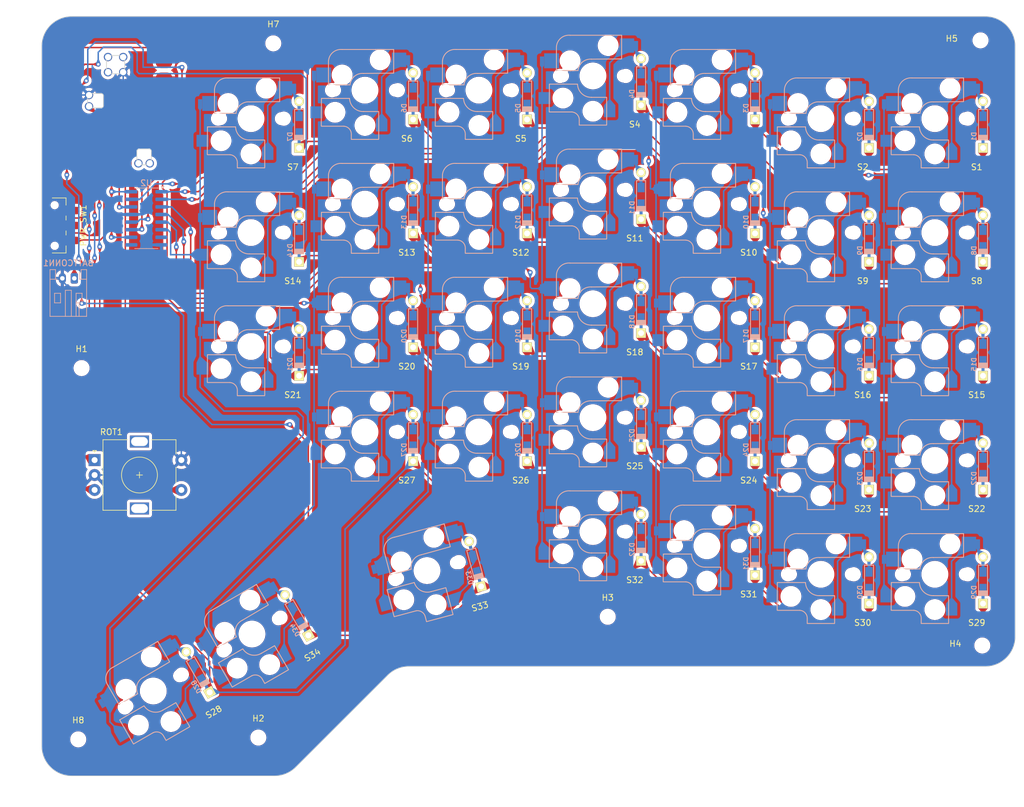
<source format=kicad_pcb>
(kicad_pcb (version 20240108) (generator "pcbnew") (generator_version "8.0")
  (layers (0 "F.Cu" signal) (31 "B.Cu" signal) (34 "B.Paste" user) (35 "F.Paste" user) (36 "B.SilkS" user "B.Silkscreen") (37 "F.SilkS" user "F.Silkscreen") (38 "B.Mask" user) (39 "F.Mask" user) (44 "Edge.Cuts" user))
  (net 0 "")
  (net 1 "row0")
  (net 2 "Net-(D1-A)")
  (net 3 "Net-(D2-A)")
  (net 4 "Net-(D3-A)")
  (net 5 "Net-(D4-A)")
  (net 6 "Net-(D5-A)")
  (net 7 "Net-(D6-A)")
  (net 8 "row1")
  (net 9 "Net-(D7-A)")
  (net 10 "Net-(D8-A)")
  (net 11 "Net-(D9-A)")
  (net 12 "Net-(D10-A)")
  (net 13 "Net-(D11-A)")
  (net 14 "Net-(D12-A)")
  (net 15 "row2")
  (net 16 "Net-(D13-A)")
  (net 17 "Net-(D14-A)")
  (net 18 "Net-(D15-A)")
  (net 19 "Net-(D16-A)")
  (net 20 "Net-(D17-A)")
  (net 21 "Net-(D18-A)")
  (net 22 "row3")
  (net 23 "Net-(D19-A)")
  (net 24 "Net-(D20-A)")
  (net 25 "Net-(D21-A)")
  (net 26 "Net-(D22-A)")
  (net 27 "Net-(D23-A)")
  (net 28 "Net-(D24-A)")
  (net 29 "row4")
  (net 30 "Net-(D25-A)")
  (net 31 "Net-(D26-A)")
  (net 32 "Net-(D27-A)")
  (net 33 "Net-(D28-A)")
  (net 34 "Net-(D29-A)")
  (net 35 "Net-(D30-A)")
  (net 37 "BATT")
  (net 38 "RAW")
  (net 39 "ROTA")
  (net 40 "ROTB")
  (net 41 "GND")
  (net 42 "B1")
  (net 43 "RESET")
  (net 44 "col0")
  (net 45 "col1")
  (net 46 "col2")
  (net 47 "col3")
  (net 48 "col4")
  (net 49 "col5")
  (net 50 "VCC")
  (net 54 "Net-(D31-A)")
  (net 55 "Net-(D32-A)")
  (net 56 "Net-(D33-A)")
  (net 57 "Net-(D34-A)")
  (net 58 "IO_CS")
  (net 59 "SCK")
  (net 60 "MOSI")
  (net 63 "col6")
  (net 64 "col7")
  (footprint "wackymxter:MX_Choc_Hotswap" (layer "F.Cu") (at 89.695966 131.435931 30)
    (property "Reference" "S34")
    (property "Value" "Keyswitch" (hide yes))
  )
  (footprint "wackymxter:MX_Choc_Hotswap" (layer "F.Cu") (at 184.775 64.293843)
    (property "Reference" "S9")
    (property "Value" "Keyswitch" (hide yes))
  )
  (footprint "wackymxter:HybridDiode" (layer "F.Cu") (at 97.575 84.343843 -90)
    (property "Reference" "D21")
    (property "Value" "Diode" (hide yes))
  )
  (footprint "wackymxter:HybridDiode" (layer "F.Cu") (at 211.875 65.293843 -90)
    (property "Reference" "D8")
    (property "Value" "Diode" (hide yes))
  )
  (footprint "wackymxter:MX_Choc_Hotswap" (layer "F.Cu") (at 165.725 40.481343)
    (property "Reference" "S3" (hide yes))
    (property "Value" "Keyswitch" (hide yes))
  )
  (footprint "Button_Switch_SMD:SW_SPDT_CK_JS102011SAQN" (layer "F.Cu") (at 56.717382 63.11 -90)
    (property "Reference" "PWR_SW1")
    (property "Value" "SW_SPDT")
  )
  (footprint "MountingHole:MountingHole_2.2mm_M2" (layer "F.Cu") (at 60.655474 149.05)
    (property "Reference" "H8")
    (property "Value" "MountingHole")
  )
  (footprint "wackymxter:HybridDiode" (layer "F.Cu") (at 192.825 84.343843 -90)
    (property "Reference" "D16")
    (property "Value" "Diode" (hide yes))
  )
  (footprint "MountingHole:MountingHole_2.2mm_M2" (layer "F.Cu") (at 211.455474 32.15)
    (property "Reference" "H5")
    (property "Value" "MountingHole")
  )
  (footprint "wackymxter:MX_Choc_Hotswap" (layer "F.Cu") (at 184.775 102.393843)
    (property "Reference" "S23")
    (property "Value" "Keyswitch" (hide yes))
  )
  (footprint "wackymxter:MX_Choc_Hotswap" (layer "F.Cu") (at 165.725 78.581343)
    (property "Reference" "S17")
    (property "Value" "Keyswitch" (hide yes))
  )
  (footprint "wackymxter:HybridDiode" (layer "F.Cu") (at 211.875 84.343843 -90)
    (property "Reference" "D15")
    (property "Value" "Diode" (hide yes))
  )
  (footprint "wackymxter:HybridDiode" (layer "F.Cu") (at 173.775 98.631343 -90)
    (property "Reference" "D24")
    (property "Value" "Diode" (hide yes))
  )
  (footprint "wackymxter:HybridDiode" (layer "F.Cu") (at 116.625 60.531343 -90)
    (property "Reference" "D13")
    (property "Value" "Diode" (hide yes))
  )
  (footprint "wackymxter:MX_Choc_Hotswap" (layer "F.Cu") (at 127.625 97.631343)
    (property "Reference" "S26")
    (property "Value" "Keyswitch" (hide yes))
  )
  (footprint "MountingHole:MountingHole_2.2mm_M2" (layer "F.Cu") (at 149.155474 128.55)
    (property "Reference" "H3")
    (property "Value" "MountingHole")
  )
  (footprint "wackymxter:MX_Choc_Hotswap" (layer "F.Cu") (at 184.775 121.443843)
    (property "Reference" "S30")
    (property "Value" "Keyswitch" (hide yes))
  )
  (footprint "wackymxter:HybridDiode" (layer "F.Cu") (at 173.775 117.681343 -90)
    (property "Reference" "D31")
    (property "Value" "Diode" (hide yes))
  )
  (footprint "wackymxter:MX_Choc_Hotswap" (layer "F.Cu") (at 146.675 38.100093)
    (property "Reference" "S4")
    (property "Value" "Keyswitch" (hide yes))
  )
  (footprint "wackymxter:MX_Choc_Hotswap" (layer "F.Cu") (at 203.825 121.443843)
    (property "Reference" "S29")
    (property "Value" "Keyswitch" (hide yes))
  )
  (footprint "wackymxter:HybridDiode" (layer "F.Cu") (at 154.725 39.100093 -90)
    (property "Reference" "D4")
    (property "Value" "Diode" (hide yes))
  )
  (footprint "wackymxter:HybridDiode" (layer "F.Cu") (at 135.675 79.581343 -90)
    (property "Reference" "D19")
    (property "Value" "Diode" (hide yes))
  )
  (footprint "wackymxter:HybridDiode" (layer "F.Cu") (at 116.625 98.631343 -90)
    (property "Reference" "D27")
    (property "Value" "Diode" (hide yes))
  )
  (footprint "wackymxter:MX_Choc_Hotswap" (layer "F.Cu") (at 118.945726 120.82565 15)
    (property "Reference" "S33")
    (property "Value" "Keyswitch" (hide yes))
  )
  (footprint "wackymxter:HybridDiode" (layer "F.Cu") (at 154.725 58.150093 -90)
    (property "Reference" "D11")
    (property "Value" "Diode" (hide yes))
  )
  (footprint "wackymxter:HybridDiode" (layer "F.Cu") (at 173.775 41.481343 -90)
    (property "Reference" "D3")
    (property "Value" "Diode" (hide yes))
  )
  (footprint "wackymxter:MX_Choc_Hotswap" (layer "F.Cu") (at 165.725 59.531343)
    (property "Reference" "S10")
    (property "Value" "Keyswitch" (hide yes))
  )
  (footprint "wackymxter:HybridDiode" (layer "F.Cu") (at 211.875 46.243843 -90)
    (property "Reference" "D1")
    (property "Value" "Diode" (hide yes))
  )
  (footprint "wackymxter:HybridDiode" (layer "F.Cu") (at 135.675 41.481343 -90)
    (property "Reference" "D5")
    (property "Value" "Diode" (hide yes))
  )
  (footprint "wackymxter:HybridDiode" (layer "F.Cu") (at 192.825 65.293843 -90)
    (property "Reference" "D9")
    (property "Value" "Diode" (hide yes))
  )
  (footprint "wackymxter:MX_Choc_Hotswap" (layer "F.Cu") (at 89.525 45.243843)
    (property "Reference" "S7")
    (property "Value" "Keyswitch" (hide yes))
  )
  (footprint "wackymxter:HybridDiode" (layer "F.Cu") (at 80.669686 137.801957 -60)
    (property "Reference" "D28")
    (property "Value" "Diode" (hide yes))
  )
  (footprint "wackymxter:HybridDiode" (layer "F.Cu") (at 211.875 103.393843 -90)
    (property "Reference" "D22")
    (property "Value" "Diode" (hide yes))
  )
  (footprint "wackymxter:MX_Choc_Hotswap" (layer "F.Cu") (at 146.675 95.250093)
    (property "Reference" "S25")
    (property "Value" "Keyswitch" (hide yes))
  )
  (footprint "wackymxter:HybridDiode" (layer "F.Cu") (at 116.625 79.581343 -90)
    (property "Reference" "D20")
    (property "Value" "Diode" (hide yes))
  )
  (footprint "wackymxter:MX_Choc_Hotswap" (layer "F.Cu") (at 203.825 102.393843)
    (property "Reference" "S22")
    (property "Value" "Keyswitch" (hide yes))
  )
  (footprint "wackymxter:MX_Choc_Hotswap" (layer "F.Cu") (at 203.825 64.293843)
    (property "Reference" "S8")
    (property "Value" "Keyswitch" (hide yes))
  )
  (footprint "wackymxter:MX_Choc_Hotswap" (layer "F.Cu") (at 108.575 59.531343)
    (property "Reference" "S13")
    (property "Value" "Keyswitch" (hide yes))
  )
  (footprint "wackymxter:MX_Choc_Hotswap" (layer "F.Cu") (at 146.675 114.300093)
    (property "Reference" "S32")
    (property "Value" "Keyswitch" (hide yes))
  )
  (footprint "wackymxter:MX_Choc_Hotswap" (layer "F.Cu") (at 127.625 78.581343)
    (property "Reference" "S19")
    (property "Value" "Keyswitch" (hide yes))
  )
  (footprint "wackymxter:MX_Choc_Hotswap" (layer "F.Cu") (at 165.725 116.681343)
    (property "Reference" "S31")
    (property "Value" "Keyswitch" (hide yes))
  )
  (footprint "wackymxter:MX_Choc_Hotswap" (layer "F.Cu") (at 203.825 83.343843)
    (property "Reference" "S15")
    (property "Value" "Keyswitch" (hide yes))
  )
  (footprint "wackymxter:HybridDiode" (layer "F.Cu") (at 173.775 79.581343 -90)
    (property "Reference" "D17")
    (property "Value" "Diode" (hide yes))
  )
  (footprint "MountingHole:MountingHole_2.2mm_M2" (layer "F.Cu") (at 211.755474 133.35)
    (property "Reference" "H4")
    (property "Value" "MountingHole")
  )
  (footprint "Rotary_Encoder:RotaryEncoder_Alps_EC11E-Switch_Vertical_H20mm" (layer "F.Cu") (at 63.39 102.34)
    (property "Reference" "ROT1")
    (property "Value" "RotaryEncoder_Switch")
  )
  (footprint "wackymxter:MX_Choc_Hotswap" (layer "F.Cu") (at 165.725 97.631343)
    (property "Reference" "S24")
    (property "Value" "Keyswitch" (hide yes))
  )
  (footprint "wackymxter:MX_Choc_Hotswap" (layer "F.Cu") (at 73.198182 140.960931 30)
    (property "Reference" "S28")
    (property "Value" "Keyswitch" (hide yes))
  )
  (footprint "wackymxter:MX_Choc_Hotswap" (layer "F.Cu") (at 127.625 40.481343)
    (property "Reference" "S5")
    (property "Value" "Keyswitch" (hide yes))
  )
  (footprint "wackymxter:HybridDiode" (layer "F.Cu") (at 192.825 46.243843 -90)
    (property "Reference" "D2")
    (property "Value" "Diode" (hide yes))
  )
  (footprint "wackymxter:HybridDiode" (layer "F.Cu") (at 97.575 65.293843 -90)
    (property "Reference" "D14")
    (property "Value" "Diode" (hide yes))
  )
  (footprint "wackymxter:HybridDiode" (layer "F.Cu") (at 135.675 98.631343 -90)
    (property "Reference" "D26")
    (property "Value" "Diode" (hide yes))
  )
  (footprint "wackymxter:HybridDiode" (layer "F.Cu") (at 135.675 60.531343 -90)
    (property "Reference" "D12")
    (property "Value" "Diode" (hide yes))
  )
  (footprint "wackymxter:MX_Choc_Hotswap" (layer "F.Cu") (at 89.525 64.293843)
    (property "Reference" "S14")
    (property "Value" "Keyswitch" (hide yes))
  )
  (footprint "mcu:xiao-ble-smd-cutout" (layer "F.Cu") (at 66.900182 43.51)
    (property "Reference" "U1" (hide yes))
    (property "Value" "xiao-ble" (hide yes))
    (fp_line (start -4.699 -0.7488) (end -4.699 -1.7902) (stroke (width 0.12)) (layer "Edge.Cuts"))
    (fp_line (start -4.0132 -2.476) (end -2.413 -2.476) (stroke (width 0.12)) (layer "Edge.Cuts"))
    (fp_line (start -2.413 -0.063) (end -4.0132 -0.063) (stroke (width 0.12)) (layer "Edge.Cuts"))
    (fp_line (start -2.032 -2.095) (end -2.032 -0.444) (stroke (width 0.12)) (layer "Edge.Cuts"))
    (fp_line (start -1.524 -6.4638) (end -1.524 -8.1402) (stroke (width 0.12)) (layer "Edge.Cuts"))
    (fp_line (start -0.8382 -8.826) (end 0.8382 -8.826) (stroke (width 0.12)) (layer "Edge.Cuts"))
    (fp_line (start -0.8382 -5.778) (end 0.8382 -5.778) (stroke (width 0.12)) (layer "Edge.Cuts"))
    (fp_line (start 1.524 -6.4638) (end 1.524 -8.1402) (stroke (width 0.12)) (layer "Edge.Cuts"))
    (fp_line (start 3.556 8.7762) (end 3.5565 7.176) (stroke (width 0.12)) (layer "Edge.Cuts"))
    (fp_line (start 3.9375 6.795) (end 5.5885 6.795) (stroke (width 0.12)) (layer "Edge.Cuts"))
    (fp_line (start 5.2832 9.462) (end 4.2418 9.462) (stroke (width 0.12)) (layer "Edge.Cuts"))
    (fp_line (start 5.9695 7.176) (end 5.969 8.7762) (stroke (width 0.12)) (layer "Edge.Cuts"))
    (fp_arc (start -4.699 -0.7488) (mid -4.095391 -0.666609) (end -4.0132 -0.063) (stroke (width 0.12)) (layer "Edge.Cuts"))
    (fp_arc (start -4.0132 -2.476) (mid -4.095391 -1.872391) (end -4.699 -1.7902) (stroke (width 0.12)) (layer "Edge.Cuts"))
    (fp_arc (start -2.413 -2.476) (mid -2.143592 -2.364408) (end -2.032 -2.095) (stroke (width 0.12)) (layer "Edge.Cuts"))
    (fp_arc (start -2.032 -0.444) (mid -2.143592 -0.174592) (end -2.413 -0.063) (stroke (width 0.12)) (layer "Edge.Cuts"))
    (fp_arc (start -1.524 -6.4638) (mid -0.920391 -6.381609) (end -0.8382 -5.778) (stroke (width 0.12)) (layer "Edge.Cuts"))
    (fp_arc (start -0.8382 -8.826) (mid -0.920391 -8.222391) (end -1.524 -8.1402) (stroke (width 0.12)) (layer "Edge.Cuts"))
    (fp_arc (start 0.8382 -5.778) (mid 0.920391 -6.381609) (end 1.524 -6.4638) (stroke (width 0.12)) (layer "Edge.Cuts"))
    (fp_arc (start 1.524 -8.1402) (mid 0.920393 -8.222393) (end 0.8382 -8.826) (stroke (width 0.12)) (layer "Edge.Cuts"))
    (fp_arc (start 3.556 8.7762) (mid 4.159607 8.858393) (end 4.2418 9.462) (stroke (width 0.12)) (layer "Edge.Cuts"))
    (fp_arc (start 3.5565 7.176) (mid 3.668092 6.906592) (end 3.9375 6.795) (stroke (width 0.12)) (layer "Edge.Cuts"))
    (fp_arc (start 5.2832 9.462) (mid 5.365393 8.858393) (end 5.969 8.7762) (stroke (width 0.12)) (layer "Edge.Cuts"))
    (fp_arc (start 5.5885 6.795) (mid 5.857908 6.906592) (end 5.9695 7.176) (stroke (width 0.12)) (layer "Edge.Cuts"))
  )
  (footprint "wackymxter:HybridDiode" (layer "F.Cu") (at 173.775 60.531343 -90)
    (property "Reference" "D10")
    (property "Value" "Diode" (hide yes))
  )
  (footprint "wackymxter:MX_Choc_Hotswap" (layer "F.Cu") (at 146.675 76.200093)
    (property "Reference" "S18")
    (property "Value" "Keyswitch" (hide yes))
  )
  (footprint "wackymxter:HybridDiode" (layer "F.Cu") (at 97.575 46.243843 -90)
    (property "Reference" "D7")
    (property "Value" "Diode" (hide yes))
  )
  (footprint "wackymxter:MX_Choc_Hotswap" (layer "F.Cu") (at 146.675 57.150093)
    (property "Reference" "S11")
    (property "Value" "Keyswitch" (hide yes))
  )
  (footprint "wackymxter:MX_Choc_Hotswap" (layer "F.Cu") (at 184.775 83.343843)
    (property "Reference" "S16")
    (property "Value" "Keyswitch" (hide yes))
  )
  (footprint "MountingHole:MountingHole_2.2mm_M2" (layer "F.Cu") (at 93.255474 32.65)
    (property "Reference" "H7")
    (property "Value" "MountingHole")
  )
  (footprint "wackymxter:MX_Choc_Hotswap" (layer "F.Cu") (at 108.575 40.481343)
    (property "Reference" "S6")
    (property "Value" "Keyswitch" (hide yes))
  )
  (footprint "wackymxter:HybridDiode" (layer "F.Cu") (at 97.16747 128.276957 -60)
    (property "Reference" "D34")
    (property "Value" "Diode" (hide yes))
  )
  (footprint "wackymxter:MX_Choc_Hotswap" (layer "F.Cu") (at 184.775 45.243843)
    (property "Reference" "S2")
    (property "Value" "Keyswitch" (hide yes))
  )
  (footprint "wackymxter:MX_Choc_Hotswap" (layer "F.Cu") (at 203.825 45.243843)
    (property "Reference" "S1")
    (property "Value" "Keyswitch" (hide yes))
  )
  (footprint "wackymxter:MX_Choc_Hotswap" (layer "F.Cu") (at 108.575 97.631343)
    (property "Reference" "S27")
    (property "Value" "Keyswitch" (hide yes))
  )
  (footprint "wackymxter:HybridDiode" (layer "F.Cu") (at 211.875 122.443843 -90)
    (property "Reference" "D29")
    (property "Value" "Diode" (hide yes))
  )
  (footprint "MountingHole:MountingHole_2.2mm_M2" (layer "F.Cu") (at 90.755474 148.75)
    (property "Reference" "H2")
    (property "Value" "MountingHole")
  )
  (footprint "wackymxter:HybridDiode" (layer "F.Cu") (at 154.725 96.250093 -90)
    (property "Reference" "D25")
    (property "Value" "Diode" (hide yes))
  )
  (footprint "MountingHole:MountingHole_2.2mm_M2" (layer "F.Cu") (at 61.213574 86.95625)
    (property "Reference" "H1")
    (property "Value" "MountingHole")
  )
  (footprint "wackymxter:MX_Choc_Hotswap" (layer "F.Cu") (at 89.525 83.343843)
    (property "Reference" "S21")
    (property "Value" "Keyswitch" (hide yes))
  )
  (footprint "wackymxter:HybridDiode" (layer "F.Cu") (at 154.725 115.300093 -90)
    (property "Reference" "D32")
    (property "Value" "Diode" (hide yes))
  )
  (footprint "wackymxter:HybridDiode" (layer "F.Cu") (at 126.980247 119.708083 -75)
    (property "Reference" "D33")
    (property "Value" "Diode" (hide yes))
  )
  (footprint "wackymxter:HybridDiode" (layer "F.Cu") (at 192.825 103.393843 -90)
    (property "Reference" "D23")
    (property "Value" "Diode" (hide yes))
  )
  (footprint "wackymxter:MX_Choc_Hotswap" (layer "F.Cu") (at 127.625 59.531343)
    (property "Reference" "S12")
    (property "Value" "Keyswitch" (hide yes))
  )
  (footprint "wackymxter:MX_Choc_Hotswap" (layer "F.Cu") (at 108.575 78.581343)
    (property "Reference" "S20")
    (property "Value" "Keyswitch" (hide yes))
  )
  (footprint "wackymxter:HybridDiode" (layer "F.Cu") (at 116.625 41.481343 -90)
    (property "Reference" "D6")
    (property "Value" "Diode" (hide yes))
  )
  (footprint "wackymxter:HybridDiode" (layer "F.Cu") (at 192.825 122.443843 -90)
    (property "Reference" "D30")
    (property "Value" "Diode" (hide yes))
  )
  (footprint "wackymxter:HybridDiode" (layer "F.Cu") (at 154.725 77.200093 -90)
    (property "Reference" "D18")
    (property "Value" "Diode" (hide yes))
  )
  (footprint "" (layer "B.Cu") (at 89.513574 83.35 180)
    (property "Reference" "")
    (property "Value" "")
  )
  (footprint "Connector_JST:JST_PH_S2B-PH-K_1x02_P2.00mm_Horizontal" (layer "B.Cu") (at 60 71.95 180)
    (property "Reference" "BATTCONN1")
    (property "Value" "Conn_01x02_Female")
  )
  (footprint "Package_SO:SOP-16_3.9x9.9mm_P1.27mm" (layer "B.Cu") (at 72.039998 61.91 180)
    (property "Reference" "U2")
    (property "Value" "74HC595")
  )
  (gr_line (start 59.555474 28.15) (end 212.255474 28.15) (stroke (width 0.1)) (layer "Edge.Cuts"))
  (gr_arc (start 212.255474 28.15) (mid 215.791008 29.614466) (end 217.255474 33.15) (stroke (width 0.1)) (layer "Edge.Cuts"))
  (gr_arc (start 217.255474 131.85) (mid 215.791008 135.385534) (end 212.255474 136.85) (stroke (width 0.1)) (layer "Edge.Cuts"))
  (gr_arc (start 97.01994 153.685534) (mid 95.397814 154.769366) (end 93.484406 155.15) (stroke (width 0.1)) (layer "Edge.Cuts"))
  (gr_line (start 217.255474 33.15) (end 217.255474 131.85) (stroke (width 0.1)) (layer "Edge.Cuts"))
  (gr_arc (start 54.555474 33.15) (mid 56.01994 29.614466) (end 59.555474 28.15) (stroke (width 0.1)) (layer "Edge.Cuts"))
  (gr_arc (start 112.391008 138.314466) (mid 114.013123 137.230592) (end 115.926542 136.85) (stroke (width 0.1)) (layer "Edge.Cuts"))
  (gr_arc (start 59.555474 155.15) (mid 56.01994 153.685534) (end 54.555474 150.15) (stroke (width 0.1)) (layer "Edge.Cuts"))
  (gr_line (start 212.255474 136.85) (end 115.926542 136.85) (stroke (width 0.1)) (layer "Edge.Cuts"))
  (gr_line (start 93.484406 155.15) (end 59.555474 155.15) (stroke (width 0.1)) (layer "Edge.Cuts"))
  (gr_line (start 112.391008 138.314466) (end 97.01994 153.685534) (stroke (width 0.1)) (layer "Edge.Cuts"))
  (gr_line (start 54.555474 150.15) (end 54.555474 33.15) (stroke (width 0.1)) (layer "Edge.Cuts"))
  (segment (start 191.75 53.3) (end 180.643657 53.3) (width 0.25) (layer "F.Cu") (net 1))
  (segment (start 154.725 43.000093) (end 154.725 46.325) (width 0.25) (layer "F.Cu") (net 1))
  (segment (start 210.7 53.75) (end 194.2 53.75) (width 0.25) (layer "F.Cu") (net 1))
  (segment (start 90.75 35.65) (end 98.25 35.65) (width 0.25) (layer "F.Cu") (net 1))
  (segment (start 173.775 46.431343) (end 173.775 45.381343) (width 0.25) (layer "F.Cu") (net 1))
  (segment (start 173.2 49.2) (end 160.924907 49.2) (width 0.25) (layer "F.Cu") (net 1))
  (segment (start 192.825 52.225) (end 191.75 53.3) (width 0.25) (layer "F.Cu") (net 1))
  (segment (start 88.45 33.35) (end 90.75 35.65) (width 0.25) (layer "F.Cu") (net 1))
  (segment (start 98.95 36.35) (end 98.95 48.625) (width 0.25) (layer "F.Cu") (net 1))
  (segment (start 192.825 50.143843) (end 192.825 52.225) (width 0.25) (layer "F.Cu") (net 1))
  (segment (start 98.25 35.65) (end 98.95 36.35) (width 0.25) (layer "F.Cu") (net 1))
  (segment (start 116.625 45.381343) (end 116.625 46.875) (width 0.25) (layer "F.Cu") (net 1))
  (segment (start 135.2 48.65) (end 119.893657 48.65) (width 0.25) (layer "F.Cu") (net 1))
  (segment (start 173.775 48.625) (end 173.2 49.2) (width 0.25) (layer "F.Cu") (net 1))
  (segment (start 154.25 46.8) (end 137.093657 46.8) (width 0.25) (layer "F.Cu") (net 1))
  (segment (start 192.825 52.375) (end 192.825 50.143843) (width 0.25) (layer "F.Cu") (net 1))
  (segment (start 119.893657 48.65) (end 116.625 45.381343) (width 0.25) (layer "F.Cu") (net 1))
  (segment (start 58.330222 35.89) (end 60.870222 33.35) (width 0.25) (layer "F.Cu") (net 1))
  (segment (start 180.643657 53.3) (end 173.775 46.431343) (width 0.25) (layer "F.Cu") (net 1))
  (segment (start 60.870222 33.35) (end 88.45 33.35) (width 0.25) (layer "F.Cu") (net 1))
  (segment (start 114.45 49.05) (end 98.668843 49.05) (width 0.25) (layer "F.Cu") (net 1))
  (segment (start 194.2 53.75) (end 192.825 52.375) (width 0.25) (layer "F.Cu") (net 1))
  (segment (start 135.675 45.381343) (end 135.675 48.175) (width 0.25) (layer "F.Cu") (net 1))
  (segment (start 160.924907 49.2) (end 154.725 43.000093) (width 0.25) (layer "F.Cu") (net 1))
  (segment (start 97.575 50) (end 97.575 50.143843) (width 0.25) (layer "F.Cu") (net 1))
  (segment (start 211.875 52.575) (end 210.7 53.75) (width 0.25) (layer "F.Cu") (net 1))
  (segment (start 135.675 48.175) (end 135.2 48.65) (width 0.25) (layer "F.Cu") (net 1))
  (segment (start 98.95 48.625) (end 97.575 50) (width 0.25) (layer "F.Cu") (net 1))
  (segment (start 173.775 45.381343) (end 173.775 48.625) (width 0.25) (layer "F.Cu") (net 1))
  (segment (start 211.875 50.143843) (end 211.875 52.575) (width 0.25) (layer "F.Cu") (net 1))
  (segment (start 116.625 46.875) (end 114.45 49.05) (width 0.25) (layer "F.Cu") (net 1))
  (segment (start 154.725 46.325) (end 154.25 46.8) (width 0.25) (layer "F.Cu") (net 1))
  (segment (start 98.668843 49.05) (end 97.575 50.143843) (width 0.25) (layer "F.Cu") (net 1))
  (segment (start 137.093657 46.8) (end 135.675 45.381343) (width 0.25) (layer "F.Cu") (net 1))
  (segment (start 211.025 41.493843) (end 211.875 42.343843) (width 0.25) (layer "B.Cu") (net 2))
  (segment (start 206.625 51.143843) (end 206.625 43.063843) (width 0.25) (layer "B.Cu") (net 2))
  (segment (start 206.625 43.063843) (end 209.525 40.163843) (width 0.25) (layer "B.Cu") (net 2))
  (segment (start 211.025 40.143843) (end 211.025 41.493843) (width 0.25) (layer "B.Cu") (net 2))
  (segment (start 191.975 41.493843) (end 192.825 42.343843) (width 0.25) (layer "B.Cu") (net 3))
  (segment (start 191.975 40.143843) (end 191.975 41.493843) (width 0.25) (layer "B.Cu") (net 3))
  (segment (start 187.575 51.143843) (end 187.575 43.063843) (width 0.25) (layer "B.Cu") (net 3))
  (segment (start 187.575 43.063843) (end 190.475 40.163843) (width 0.25) (layer "B.Cu") (net 3))
  (segment (start 172.925 36.731343) (end 173.775 37.581343) (width 0.25) (layer "B.Cu") (net 4))
  (segment (start 168.525 38.301343) (end 171.425 35.401343) (width 0.25) (layer "B.Cu") (net 4))
  (segment (start 172.925 35.381343) (end 172.925 36.731343) (width 0.25) (layer "B.Cu") (net 4))
  (segment (start 168.525 46.381343) (end 168.525 38.301343) (width 0.25) (layer "B.Cu") (net 4))
  (segment (start 153.875 34.350093) (end 154.725 35.200093) (width 0.25) (layer "B.Cu") (net 5))
  (segment (start 149.475 44.000093) (end 149.475 35.920093) (width 0.25) (layer "B.Cu") (net 5))
  (segment (start 153.875 33.000093) (end 153.875 34.350093) (width 0.25) (layer "B.Cu") (net 5))
  (segment (start 149.475 35.920093) (end 152.375 33.020093) (width 0.25) (layer "B.Cu") (net 5))
  (segment (start 134.825 36.731343) (end 135.675 37.581343) (width 0.25) (layer "B.Cu") (net 6))
  (segment (start 134.825 35.381343) (end 134.825 36.731343) (width 0.25) (layer "B.Cu") (net 6))
  (segment (start 130.425 38.301343) (end 133.325 35.401343) (width 0.25) (layer "B.Cu") (net 6))
  (segment (start 130.425 46.381343) (end 130.425 38.301343) (width 0.25) (layer "B.Cu") (net 6))
  (segment (start 115.775 36.731343) (end 116.625 37.581343) (width 0.25) (layer "B.Cu") (net 7))
  (segment (start 111.375 38.301343) (end 114.275 35.401343) (width 0.25) (layer "B.Cu") (net 7))
  (segment (start 111.375 46.381343) (end 111.375 38.301343) (width 0.25) (layer "B.Cu") (net 7))
  (segment (start 115.775 35.381343) (end 115.775 36.731343) (width 0.25) (layer "B.Cu") (net 7))
  (segment (start 192.856157 69.243843) (end 192.856157 71.325) (width 0.25) (layer "F.Cu") (net 8))
  (segment (start 191.781157 72.4) (end 180.674814 72.4) (width 0.25) (layer "F.Cu") (net 8))
  (segment (start 154.281157 65.9) (end 137.124814 65.9) (width 0.25) (layer "F.Cu") (net 8))
  (segment (start 137.124814 65.9) (end 135.706157 64.481343) (width 0.25) (layer "F.Cu") (net 8))
  (segment (start 154.756157 65.425) (end 154.281157 65.9) (width 0.25) (layer "F.Cu") (net 8))
  (segment (start 154.756157 62.100093) (end 154.756157 65.425) (width 0.25) (layer "F.Cu") (net 8))
  (segment (start 160.956064 68.3) (end 154.756157 62.100093) (width 0.25) (layer "F.Cu") (net 8))
  (segment (start 173.231157 68.3) (end 160.956064 68.3) (width 0.25) (layer "F.Cu") (net 8))
  (segment (start 114.481157 68.15) (end 98.7 68.15) (width 0.25) (layer "F.Cu") (net 8))
  (segment (start 211.906157 69.243843) (end 211.906157 71.675) (width 0.25) (layer "F.Cu") (net 8))
  (segment (start 116.656157 64.481343) (end 116.656157 65.975) (width 0.25) (layer "F.Cu") (net 8))
  (segment (start 192.856157 71.325) (end 191.781157 72.4) (width 0.25) (layer "F.Cu") (net 8))
  (segment (start 210.731157 72.85) (end 194.231157 72.85) (width 0.25) (layer "F.Cu") (net 8))
  (segment (start 59.47 38.43) (end 61.75 36.15) (width 0.25) (layer "F.Cu") (net 8))
  (segment (start 173.806157 67.725) (end 173.231157 68.3) (width 0.25) (layer "F.Cu") (net 8))
  (segment (start 135.706157 64.481343) (end 135.706157 67.275) (width 0.25) (layer "F.Cu") (net 8))
  (segment (start 135.706157 67.275) (end 135.231157 67.75) (width 0.25) (layer "F.Cu") (net 8))
  (segment (start 119.924814 67.75) (end 116.656157 64.481343) (width 0.25) (layer "F.Cu") (net 8))
  (segment (start 173.806157 64.481343) (end 173.806157 67.725) (width 0.25) (layer "F.Cu") (net 8))
  (segment (start 211.906157 71.675) (end 210.731157 72.85) (width 0.25) (layer "F.Cu") (net 8))
  (segment (start 116.656157 65.975) (end 114.481157 68.15) (width 0.25) (layer "F.Cu") (net 8))
  (segment (start 58.330222 38.43) (end 59.47 38.43) (width 0.25) (layer "F.Cu") (net 8))
  (segment (start 194.231157 72.85) (end 192.856157 71.475) (width 0.25) (layer "F.Cu") (net 8))
  (segment (start 135.231157 67.75) (end 119.924814 67.75) (width 0.25) (layer "F.Cu") (net 8))
  (segment (start 61.75 36.15) (end 64 36.15) (width 0.25) (layer "F.Cu") (net 8))
  (segment (start 180.674814 72.4) (end 173.806157 65.531343) (width 0.25) (layer "F.Cu") (net 8))
  (segment (start 98.7 68.15) (end 97.606157 69.243843) (width 0.25) (layer "F.Cu") (net 8))
  (via (at 64 36.15) (size 0.8) (drill 0.4) (layers "F.Cu" "B.Cu") (net 8))
  (segment (start 98.75 65.518843) (end 97.575 66.693843) (width 0.25) (layer "B.Cu") (net 8))
  (segment (start 69.5 33.275) (end 70.5 34.275) (width 0.25) (layer "B.Cu") (net 8))
  (segment (start 64 34.15) (end 64.875 33.275) (width 0.25) (layer "B.Cu") (net 8))
  (segment (start 64 36.15) (end 64 34.15) (width 0.25) (layer "B.Cu") (net 8))
  (segment (start 97.9375 37.7125) (end 98.75 38.525) (width 0.25) (layer "B.Cu") (net 8))
  (segment (start 70.5 37.4) (end 70.8125 37.7125) (width 0.25) (layer "B.Cu") (net 8))
  (segment (start 64.875 33.275) (end 69.5 33.275) (width 0.25) (layer "B.Cu") (net 8))
  (segment (start 70.5 34.275) (end 70.5 37.4) (width 0.25) (layer "B.Cu") (net 8))
  (segment (start 70.8125 37.7125) (end 97.9375 37.7125) (width 0.25) (layer "B.Cu") (net 8))
  (segment (start 98.75 38.525) (end 98.75 65.518843) (width 0.25) (layer "B.Cu") (net 8))
  (segment (start 96.725 41.493843) (end 97.575 42.343843) (width 0.25) (layer "B.Cu") (net 9))
  (segment (start 96.725 40.143843) (end 96.725 41.493843) (width 0.25) (layer "B.Cu") (net 9))
  (segment (start 92.325 51.143843) (end 92.325 43.063843) (width 0.25) (layer "B.Cu") (net 9))
  (segment (start 92.325 43.063843) (end 95.225 40.163843) (width 0.25) (layer "B.Cu") (net 9))
  (segment (start 211.025 59.193843) (end 211.025 60.543843) (width 0.25) (layer "B.Cu") (net 10))
  (segment (start 206.625 70.193843) (end 206.625 62.113843) (width 0.25) (layer "B.Cu") (net 10))
  (segment (start 206.625 62.113843) (end 209.525 59.213843) (width 0.25) (layer "B.Cu") (net 10))
  (segment (start 211.025 60.543843) (end 211.875 61.393843) (width 0.25) (layer "B.Cu") (net 10))
  (segment (start 187.575 70.193843) (end 187.575 62.113843) (width 0.25) (layer "B.Cu") (net 11))
  (segment (start 191.975 59.193843) (end 191.975 60.543843) (width 0.25) (layer "B.Cu") (net 11))
  (segment (start 191.975 60.543843) (end 192.825 61.393843) (width 0.25) (layer "B.Cu") (net 11))
  (segment (start 187.575 62.113843) (end 190.475 59.213843) (width 0.25) (layer "B.Cu") (net 11))
  (segment (start 168.525 65.431343) (end 168.525 57.351343) (width 0.25) (layer "B.Cu") (net 12))
  (segment (start 172.925 54.431343) (end 172.925 55.781343) (width 0.25) (layer "B.Cu") (net 12))
  (segment (start 172.925 55.781343) (end 173.775 56.631343) (width 0.25) (layer "B.Cu") (net 12))
  (segment (start 168.525 57.351343) (end 171.425 54.451343) (width 0.25) (layer "B.Cu") (net 12))
  (segment (start 153.875 52.050093) (end 153.875 53.400093) (width 0.25) (layer "B.Cu") (net 13))
  (segment (start 149.475 54.970093) (end 149.475 63.050093) (width 0.25) (layer "B.Cu") (net 13))
  (segment (start 152.375 52.070093) (end 149.475 54.970093) (width 0.25) (layer "B.Cu") (net 13))
  (segment (start 153.875 53.400093) (end 154.725 54.250093) (width 0.25) (layer "B.Cu") (net 13))
  (segment (start 130.425 57.351343) (end 133.325 54.451343) (width 0.25) (layer "B.Cu") (net 14))
  (segment (start 130.425 65.431343) (end 130.425 57.351343) (width 0.25) (layer "B.Cu") (net 14))
  (segment (start 134.825 55.781343) (end 135.675 56.631343) (width 0.25) (layer "B.Cu") (net 14))
  (segment (start 134.825 54.431343) (end 134.825 55.781343) (width 0.25) (layer "B.Cu") (net 14))
  (segment (start 154.281157 84.95) (end 137.124814 84.95) (width 0.25) (layer "F.Cu") (net 15))
  (segment (start 211.906157 88.293843) (end 211.906157 90.725) (width 0.25) (layer "F.Cu") (net 15))
  (segment (start 192.856157 88.293843) (end 192.856157 90.375) (width 0.25) (layer "F.Cu") (net 15))
  (segment (start 59.93 40.97) (end 61.75 39.15) (width 0.25) (layer "F.Cu") (net 15))
  (segment (start 137.124814 84.95) (end 135.706157 83.531343) (width 0.25) (layer "F.Cu") (net 15))
  (segment (start 194.231157 91.9) (end 192.856157 90.525) (width 0.25) (layer "F.Cu") (net 15))
  (segment (start 78 52.65) (end 78 36.65) (width 0.25) (layer "F.Cu") (net 15))
  (segment (start 87 76.9) (end 77.25 76.9) (width 0.25) (layer "F.Cu") (net 15))
  (segment (start 92.75 85.15) (end 92.75 81.4) (width 0.25) (layer "F.Cu") (net 15))
  (segment (start 173.806157 86.775) (end 173.231157 87.35) (width 0.25) (layer "F.Cu") (net 15))
  (segment (start 116.656157 83.531343) (end 116.656157 85.025) (width 0.25) (layer "F.Cu") (net 15))
  (segment (start 92.318843 80.968843) (end 91.068843 80.968843) (width 0.25) (layer "F.Cu") (net 15))
  (segment (start 135.706157 86.325) (end 135.231157 86.8) (width 0.25) (layer "F.Cu") (net 15))
  (segment (start 77.25 76.9) (end 75.5 75.15) (width 0.25) (layer "F.Cu") (net 15))
  (segment (start 191.781157 91.45) (end 180.674814 91.45) (width 0.25) (layer "F.Cu") (net 15))
  (segment (start 97.575 88.243843) (end 95.843843 88.243843) (width 0.25) (layer "F.Cu") (net 15))
  (segment (start 210.731157 91.9) (end 194.231157 91.9) (width 0.25) (layer "F.Cu") (net 15))
  (segment (start 192.856157 90.375) (end 191.781157 91.45) (width 0.25) (layer "F.Cu") (net 15))
  (segment (start 173.806157 83.531343) (end 173.806157 86.775) (width 0.25) (layer "F.Cu") (net 15))
  (segment (start 119.924814 86.8) (end 116.656157 83.531343) (width 0.25) (layer "F.Cu") (net 15))
  (segment (start 160.956064 87.35) (end 154.756157 81.150093) (width 0.25) (layer "F.Cu") (net 15))
  (segment (start 173.231157 87.35) (end 160.956064 87.35) (width 0.25) (layer "F.Cu") (net 15))
  (segment (start 211.906157 90.725) (end 210.731157 91.9) (width 0.25) (layer "F.Cu") (net 15))
  (segment (start 74.75 56.9) (end 74.75 55.9) (width 0.25) (layer "F.Cu") (net 15))
  (segment (start 154.756157 84.475) (end 154.281157 84.95) (width 0.25) (layer "F.Cu") (net 15))
  (segment (start 95.843843 88.243843) (end 92.75 85.15) (width 0.25) (layer "F.Cu") (net 15))
  (segment (start 74.75 55.9) (end 78 52.65) (width 0.25) (layer "F.Cu") (net 15))
  (segment (start 92.75 81.4) (end 92.318843 80.968843) (width 0.25) (layer "F.Cu") (net 15))
  (segment (start 75.5 57.65) (end 74.75 56.9) (width 0.25) (layer "F.Cu") (net 15))
  (segment (start 154.756157 81.150093) (end 154.756157 84.475) (width 0.25) (layer "F.Cu") (net 15))
  (segment (start 75.5 75.15) (end 75.5 57.65) (width 0.25) (layer "F.Cu") (net 15))
  (segment (start 135.231157 86.8) (end 119.924814 86.8) (width 0.25) (layer "F.Cu") (net 15))
  (segment (start 91.068843 80.968843) (end 87 76.9) (width 0.25) (layer "F.Cu") (net 15))
  (segment (start 135.706157 83.531343) (end 135.706157 86.325) (width 0.25) (layer "F.Cu") (net 15))
  (segment (start 61.75 39.15) (end 62 38.9) (width 0.25) (layer "F.Cu") (net 15))
  (segment (start 114.481157 87.2) (end 98.7 87.2) (width 0.25) (layer "F.Cu") (net 15))
  (segment (start 180.674814 91.45) (end 173.806157 84.581343) (width 0.25) (layer "F.Cu") (net 15))
  (segment (start 116.656157 85.025) (end 114.481157 87.2) (width 0.25) (layer "F.Cu") (net 15))
  (segment (start 58.330222 40.97) (end 59.93 40.97) (width 0.25) (layer "F.Cu") (net 15))
  (segment (start 98.7 87.2) (end 97.606157 88.293843) (width 0.25) (layer "F.Cu") (net 15))
  (via (at 78 36.65) (size 0.8) (drill 0.4) (layers "F.Cu" "B.Cu") (net 15))
  (via (at 62 38.9) (size 0.8) (drill 0.4) (layers "F.Cu" "B.Cu") (net 15))
  (segment (start 63.5 32.4) (end 70.25 32.4) (width 0.25) (layer "B.Cu") (net 15))
  (segment (start 62.25 33.65) (end 63.5 32.4) (width 0.25) (layer "B.Cu") (net 15))
  (segment (start 70.25 32.4) (end 71.5 33.65) (width 0.25) (layer "B.Cu") (net 15))
  (segment (start 62.25 38.65) (end 62.25 33.65) (width 0.25) (layer "B.Cu") (net 15))
  (segment (start 71.5 33.65) (end 71.5 36.65) (width 0.25) (layer "B.Cu") (net 15))
  (segment (start 71.5 36.65) (end 78 36.65) (width 0.25) (layer "B.Cu") (net 15))
  (segment (start 62 38.9) (end 62.25 38.65) (width 0.25) (layer "B.Cu") (net 15))
  (segment (start 115.775 54.431343) (end 115.775 55.781343) (width 0.25) (layer "B.Cu") (net 16))
  (segment (start 111.375 65.431343) (end 111.375 57.351343) (width 0.25) (layer "B.Cu") (net 16))
  (segment (start 115.775 55.781343) (end 116.625 56.631343) (width 0.25) (layer "B.Cu") (net 16))
  (segment (start 111.375 57.351343) (end 114.275 54.451343) (width 0.25) (layer "B.Cu") (net 16))
  (segment (start 92.325 62.113843) (end 95.225 59.213843) (width 0.25) (layer "B.Cu") (net 17))
  (segment (start 96.725 60.543843) (end 97.575 61.393843) (width 0.25) (layer "B.Cu") (net 17))
  (segment (start 92.325 70.193843) (end 92.325 62.113843) (width 0.25) (layer "B.Cu") (net 17))
  (segment (start 96.725 59.193843) (end 96.725 60.543843) (width 0.25) (layer "B.Cu") (net 17))
  (segment (start 206.625 81.163843) (end 209.525 78.263843) (width 0.25) (layer "B.Cu") (net 18))
  (segment (start 206.625 89.243843) (end 206.625 81.163843) (width 0.25) (layer "B.Cu") (net 18))
  (segment (start 211.025 78.243843) (end 211.025 79.593843) (width 0.25) (layer "B.Cu") (net 18))
  (segment (start 211.025 79.593843) (end 211.875 80.443843) (width 0.25) (layer "B.Cu") (net 18))
  (segment (start 191.975 78.243843) (end 191.975 79.593843) (width 0.25) (layer "B.Cu") (net 19))
  (segment (start 187.575 89.243843) (end 187.575 81.163843) (width 0.25) (layer "B.Cu") (net 19))
  (segment (start 187.575 81.163843) (end 190.475 78.263843) (width 0.25) (layer "B.Cu") (net 19))
  (segment (start 191.975 79.593843) (end 192.825 80.443843) (width 0.25) (layer "B.Cu") (net 19))
  (segment (start 172.925 73.481343) (end 172.925 74.831343) (width 0.25) (layer "B.Cu") (net 20))
  (segment (start 172.925 74.831343) (end 173.775 75.681343) (width 0.25) (layer "B.Cu") (net 20))
  (segment (start 168.525 76.401343) (end 171.425 73.501343) (width 0.25) (layer "B.Cu") (net 20))
  (segment (start 168.525 84.481343) (end 168.525 76.401343) (width 0.25) (layer "B.Cu") (net 20))
  (segment (start 149.475 74.020093) (end 152.375 71.120093) (width 0.25) (layer "B.Cu") (net 21))
  (segment (start 149.475 82.100093) (end 149.475 74.020093) (width 0.25) (layer "B.Cu") (net 21))
  (segment (start 153.875 71.100093) (end 153.875 72.450093) (width 0.25) (layer "B.Cu") (net 21))
  (segment (start 153.875 72.450093) (end 154.725 73.300093) (width 0.25) (layer "B.Cu") (net 21))
  (segment (start 58.330222 43.51) (end 59.61 43.51) (width 0.25) (layer "F.Cu") (net 22))
  (segment (start 135.681343 102.631343) (end 135.681343 105.425) (width 0.25) (layer "F.Cu") (net 22))
  (segment (start 173.206343 106.45) (end 160.93125 106.45) (width 0.25) (layer "F.Cu") (net 22))
  (segment (start 180.65 110.55) (end 173.781343 103.681343) (width 0.25) (layer "F.Cu") (net 22))
  (segment (start 64.175 48.075) (end 64.175 59.775) (width 0.25) (layer "F.Cu") (net 22))
  (segment (start 192.831343 107.393843) (end 192.831343 109.475) (width 0.25) (layer "F.Cu") (net 22))
  (segment (start 135.206343 105.9) (end 119.9 105.9) (width 0.25) (layer "F.Cu") (net 22))
  (segment (start 211.881343 109.825) (end 210.706343 111) (width 0.25) (layer "F.Cu") (net 22))
  (segment (start 173.781343 102.631343) (end 173.781343 105.875) (width 0.25) (layer "F.Cu") (net 22))
  (segment (start 64.25 81.15) (end 64.25 66.65) (width 0.25) (layer "F.Cu") (net 22))
  (segment (start 154.256343 104.05) (end 137.1 104.05) (width 0.25) (layer "F.Cu") (net 22))
  (segment (start 154.731343 100.250093) (end 154.731343 103.575) (width 0.25) (layer "F.Cu") (net 22))
  (segment (start 59.61 43.51) (end 64.175 48.075) (width 0.25) (layer "F.Cu") (net 22))
  (segment (start 137.1 104.05) (end 135.681343 102.631343) (width 0.25) (layer "F.Cu") (net 22))
  (segment (start 210.706343 111) (end 194.206343 111) (width 0.25) (layer "F.Cu") (net 22))
  (segment (start 66.75 83.65) (end 64.25 81.15) (width 0.25) (layer "F.Cu") (net 22))
  (segment (start 194.206343 111) (end 192.831343 109.625) (width 0.25) (layer "F.Cu") (net 22))
  (segment (start 66.75 120.15) (end 66.75 83.65) (width 0.25) (layer "F.Cu") (net 22))
  (segment (start 154.731343 103.575) (end 154.256343 104.05) (width 0.25) (layer "F.Cu") (net 22))
  (segment (start 135.681343 105.425) (end 135.206343 105.9) (width 0.25) (layer "F.Cu") (net 22))
  (segment (start 211.881343 107.393843) (end 211.881343 109.825) (width 0.25) (layer "F.Cu") (net 22))
  (segment (start 192.831343 109.475) (end 191.756343 110.55) (width 0.25) (layer "F.Cu") (net 22))
  (segment (start 160.93125 106.45) (end 154.731343 100.250093) (width 0.25) (layer "F.Cu") (net 22))
  (segment (start 173.781343 105.875) (end 173.206343 106.45) (width 0.25) (layer "F.Cu") (net 22))
  (segment (start 119.9 105.9) (end 116.631343 102.631343) (width 0.25) (layer "F.Cu") (net 22))
  (segment (start 82.619686 136.019686) (end 66.75 120.15) (width 0.25) (layer "F.Cu") (net 22))
  (segment (start 191.756343 110.55) (end 180.65 110.55) (width 0.25) (layer "F.Cu") (net 22))
  (segment (start 82.619686 141.179456) (end 82.619686 136.019686) (width 0.25) (layer "F.Cu") (net 22))
  (via (at 64.25 66.65) (size 0.8) (drill 0.4) (layers "F.Cu" "B.Cu") (net 22))
  (via (at 64.175 59.775) (size 0.8) (drill 0.4) (layers "F.Cu" "B.Cu") (net 22))
  (segment (start 105.25 113.906343) (end 116.625 102.531343) (width 0.25) (layer "B.Cu") (net 22))
  (segment (start 64.175 59.775) (end 64.175 66.575) (width 0.25) (layer "B.Cu") (net 22))
  (segment (start 105.25 133.25) (end 105.25 113.906343) (width 0.25) (layer "B.Cu") (net 22))
  (segment (start 64.175 66.575) (end 64.25 66.65) (width 0.25) (layer "B.Cu") (net 22))
  (segment (start 97.320544 141.179456) (end 105.25 133.25) (width 0.25) (layer "B.Cu") (net 22))
  (segment (start 82.619686 141.179456) (end 97.320544 141.179456) (width 0.25) (layer "B.Cu") (net 22))
  (segment (start 130.425 84.481343) (end 130.425 76.401343) (width 0.25) (layer "B.Cu") (net 23))
  (segment (start 134.825 74.831343) (end 135.675 75.681343) (width 0.25) (layer "B.Cu") (net 23))
  (segment (start 134.825 73.481343) (end 134.825 74.831343) (width 0.25) (layer "B.Cu") (net 23))
  (segment (start 130.425 76.401343) (end 133.325 73.501343) (width 0.25) (layer "B.Cu") (net 23))
  (segment (start 115.775 74.831343) (end 116.625 75.681343) (width 0.25) (layer "B.Cu") (net 24))
  (segment (start 111.375 76.401343) (end 114.275 73.501343) (width 0.25) (layer "B.Cu") (net 24))
  (segment (start 115.775 73.481343) (end 115.775 74.831343) (width 0.25) (layer "B.Cu") (net 24))
  (segment (start 111.375 84.481343) (end 111.375 76.401343) (width 0.25) (layer "B.Cu") (net 24))
  (segment (start 92.325 81.163843) (end 95.225 78.263843) (width 0.25) (layer "B.Cu") (net 25))
  (segment (start 92.325 89.243843) (end 92.325 81.163843) (width 0.25) (layer "B.Cu") (net 25))
  (segment (start 96.725 79.593843) (end 97.575 80.443843) (width 0.25) (layer "B.Cu") (net 25))
  (segment (start 96.725 78.243843) (end 96.725 79.593843) (width 0.25) (layer "B.Cu") (net 25))
  (segment (start 206.625 108.293843) (end 206.625 100.213843) (width 0.25) (layer "B.Cu") (net 26))
  (segment (start 211.025 97.293843) (end 211.025 98.643843) (width 0.25) (layer "B.Cu") (net 26))
  (segment (start 206.625 100.213843) (end 209.525 97.313843) (width 0.25) (layer "B.Cu") (net 26))
  (segment (start 211.025 98.643843) (end 211.875 99.493843) (width 0.25) (layer "B.Cu") (net 26))
  (segment (start 187.575 108.293843) (end 187.575 100.213843) (width 0.25) (layer "B.Cu") (net 27))
  (segment (start 187.575 100.213843) (end 190.475 97.313843) (width 0.25) (layer "B.Cu") (net 27))
  (segment (start 191.975 98.643843) (end 192.825 99.493843) (width 0.25) (layer "B.Cu") (net 27))
  (segment (start 191.975 97.293843) (end 191.975 98.643843) (width 0.25) (layer "B.Cu") (net 27))
  (segment (start 168.525 103.531343) (end 168.525 95.451343) (width 0.25) (layer "B.Cu") (net 28))
  (segment (start 172.925 92.531343) (end 172.925 93.881343) (width 0.25) (layer "B.Cu") (net 28))
  (segment (start 172.925 93.881343) (end 173.775 94.731343) (width 0.25) (layer "B.Cu") (net 28))
  (segment (start 168.525 95.451343) (end 171.425 92.551343) (width 0.25) (layer "B.Cu") (net 28))
  (segment (start 173.781343 121.731343) (end 173.781343 124.975) (width 0.25) (layer "F.Cu") (net 29))
  (segment (start 180.65 129.65) (end 173.781343 122.781343) (width 0.25) (layer "F.Cu") (net 29))
  (segment (start 191.756343 129.65) (end 180.65 129.65) (width 0.25) (layer "F.Cu") (net 29))
  (segment (start 173.781343 124.975) (end 173.206343 125.55) (width 0.25) (layer "F.Cu") (net 29))
  (segment (start 194.206343 130.1) (end 192.831343 128.725) (width 0.25) (layer "F.Cu") (net 29))
  (segment (start 58.330222 51.13) (end 58.75 51.549778) (width 0.25) (layer "F.Cu") (net 29))
  (segment (start 173.206343 125.55) (end 160.93125 125.55) (width 0.25) (layer "F.Cu") (net 29))
  (segment (start 210.706343 130.1) (end 194.206343 130.1) (width 0.25) (layer "F.Cu") (net 29))
  (segment (start 61.25 69.15) (end 60.75 68.65) (width 0.25) (layer "F.Cu") (net 29))
  (segment (start 127.989641 123.475194) (end 150.449899 123.475194) (width 0.25) (layer "F.Cu") (net 29))
  (segment (start 150.449899 123.475194) (end 154.725 119.200093) (width 0.25) (layer "F.Cu") (net 29))
  (segment (start 160.93125 125.55) (end 154.731343 119.350093) (width 0.25) (layer "F.Cu") (net 29))
  (segment (start 99.11747 99.51747) (end 99.11747 131.654456) (width 0.25) (layer "F.Cu") (net 29))
  (segment (start 192.831343 126.493843) (end 192.831343 128.575) (width 0.25) (layer "F.Cu") (net 29))
  (segment (start 99.11747 131.654456) (end 119.810379 131.654456) (width 0.25) (layer "F.Cu") (net 29))
  (segment (start 119.810379 131.654456) (end 127.989641 123.475194) (width 0.25) (layer "F.Cu") (net 29))
  (segment (start 211.881343 128.925) (end 210.706343 130.1) (width 0.25) (layer "F.Cu") (net 29))
  (segment (start 58.75 51.549778) (end 58.75 54.65) (width 0.25) (layer "F.Cu") (net 29))
  (segment (start 211.881343 126.493843) (end 211.881343 128.925) (width 0.25) (layer "F.Cu") (net 29))
  (segment (start 192.831343 128.575) (end 191.756343 129.65) (width 0.25) (layer "F.Cu") (net 29))
  (segment (start 61.25 76.15) (end 61.25 69.15) (width 0.25) (layer "F.Cu") (net 29))
  (segment (start 96 96.4) (end 99.11747 99.51747) (width 0.25) (layer "F.Cu") (net 29))
  (via (at 60.75 68.65) (size 0.8) (drill 0.4) (layers "F.Cu" "B.Cu") (net 29))
  (via (at 58.75 54.65) (size 0.8) (drill 0.4) (layers "F.Cu" "B.Cu") (net 29))
  (via (at 96 96.4) (size 0.8) (drill 0.4) (layers "F.Cu" "B.Cu") (net 29))
  (via (at 61.25 76.15) (size 0.8) (drill 0.4) (layers "F.Cu" "B.Cu") (net 29))
  (segment (start 78.25 78.15) (end 78.25 91.65) (width 0.25) (layer "B.Cu") (net 29))
  (segment (start 83 96.4) (end 96 96.4) (width 0.25) (layer "B.Cu") (net 29))
  (segment (start 60.75 58.15) (end 60.75 68.65) (width 0.25) (layer "B.Cu") (net 29))
  (segment (start 58.75 54.65) (end 58.75 56.15) (width 0.25) (layer "B.Cu") (net 29))
  (segment (start 76.25 76.15) (end 78.25 78.15) (width 0.25) (layer "B.Cu") (net 29))
  (segment (start 61.25 76.15) (end 76.25 76.15) (width 0.25) (layer "B.Cu") (net 29))
  (segment (start 78.25 91.65) (end 83 96.4) (width 0.25) (layer "B.Cu") (net 29))
  (segment (start 58.75 56.15) (end 60.75 58.15) (width 0.25) (layer "B.Cu") (net 29))
  (segment (start 149.475 93.070093) (end 152.375 90.170093) (width 0.25) (layer "B.Cu") (net 30))
  (segment (start 149.475 101.150093) (end 149.475 93.070093) (width 0.25) (layer "B.Cu") (net 30))
  (segment (start 153.875 91.500093) (end 154.725 92.350093) (width 0.25) (layer "B.Cu") (net 30))
  (segment (start 153.875 90.150093) (end 153.875 91.500093) (width 0.25) (layer "B.Cu") (net 30))
  (segment (start 134.825 92.531343) (end 134.825 93.881343) (width 0.25) (layer "B.Cu") (net 31))
  (segment (start 130.425 95.451343) (end 133.325 92.551343) (width 0.25) (layer "B.Cu") (net 31))
  (segment (start 134.825 93.881343) (end 135.675 94.731343) (width 0.25) (layer "B.Cu") (net 31))
  (segment (start 130.425 103.531343) (end 130.425 95.451343) (width 0.25) (layer "B.Cu") (net 31))
  (segment (start 115.775 93.881343) (end 116.625 94.731343) (width 0.25) (layer "B.Cu") (net 32))
  (segment (start 115.775 92.531343) (end 115.775 93.881343) (width 0.25) (layer "B.Cu") (net 32))
  (segment (start 111.375 95.451343) (end 114.275 92.551343) (width 0.25) (layer "B.Cu") (net 32))
  (segment (start 111.375 103.531343) (end 111.375 95.451343) (width 0.25) (layer "B.Cu") (net 32))
  (segment (start 77.558565 134.113336) (end 78.719686 134.424458) (width 0.25) (layer "B.Cu") (net 33))
  (segment (start 79.969686 139.180314) (end 78.573053 140.576947) (width 0.25) (layer "B.Cu") (net 33))
  (segment (start 79.969686 136.589521) (end 79.969686 139.180314) (width 0.25) (layer "B.Cu") (net 33))
  (segment (start 78.573053 140.576947) (end 78.573053 144.670481) (width 0.25) (layer "B.Cu") (net 33))
  (segment (start 76.883565 132.944201) (end 77.558565 134.113336) (width 0.25) (layer "B.Cu") (net 33))
  (segment (start 211.025 117.693843) (end 211.875 118.543843) (width 0.25) (layer "B.Cu") (net 34))
  (segment (start 206.625 119.263843) (end 209.525 116.363843) (width 0.25) (layer "B.Cu") (net 34))
  (segment (start 211.025 116.343843) (end 211.025 117.693843) (width 0.25) (layer "B.Cu") (net 34))
  (segment (start 206.625 127.343843) (end 206.625 119.263843) (width 0.25) (layer "B.Cu") (net 34))
  (segment (start 187.575 127.343843) (end 187.575 119.263843) (width 0.25) (layer "B.Cu") (net 35))
  (segment (start 191.975 116.343843) (end 191.975 117.693843) (width 0.25) (layer "B.Cu") (net 35))
  (segment (start 191.975 117.693843) (end 192.825 118.543843) (width 0.25) (layer "B.Cu") (net 35))
  (segment (start 187.575 119.263843) (end 190.475 116.363843) (width 0.25) (layer "B.Cu") (net 35))
  (segment (start 57.5 65.837718) (end 57.5 63.4) (width 0.25) (layer "F.Cu") (net 37))
  (segment (start 59.75 69.65) (end 58.25 69.65) (width 0.25) (layer "F.Cu") (net 37))
  (segment (start 58 66.337718) (end 57.5 65.837718) (width 0.25) (layer "F.Cu") (net 37))
  (segment (start 57.79 63.11) (end 59.467382 63.11) (width 0.25) (layer "F.Cu") (net 37))
  (segment (start 60 71.95) (end 60 69.9) (width 0.25) (layer "F.Cu") (net 37))
  (segment (start 57.5 63.4) (end 57.79 63.11) (width 0.25) (layer "F.Cu") (net 37))
  (segment (start 60 69.9) (end 59.75 69.65) (width 0.25) (layer "F.Cu") (net 37))
  (segment (start 58 69.4) (end 58 66.337718) (width 0.25) (layer "F.Cu") (net 37))
  (segment (start 58.25 69.65) (end 58 69.4) (width 0.25) (layer "F.Cu") (net 37))
  (segment (start 64.95 45.687818) (end 64.95 64.925) (width 0.25) (layer "F.Cu") (net 38))
  (segment (start 64.95 64.925) (end 64.35 65.525) (width 0.25) (layer "F.Cu") (net 38))
  (segment (start 59.552382 65.525) (end 59.467382 65.61) (width 0.25) (layer "F.Cu") (net 38))
  (segment (start 64.35 65.525) (end 59.552382 65.525) (width 0.25) (layer "F.Cu") (net 38))
  (segment (start 62.455182 43.193) (end 64.95 45.687818) (width 0.25) (layer "F.Cu") (net 38))
  (segment (start 65.75 89.15) (end 61.75 93.15) (width 0.25) (layer "F.Cu") (net 39))
  (segment (start 59.025 46.05) (end 58.330222 46.05) (width 0.25) (layer "F.Cu") (net 39))
  (segment (start 63.4 50.425) (end 59.025 46.05) (width 0.25) (layer "F.Cu") (net 39))
  (segment (start 61.75 93.15) (end 61.75 101.65) (width 0.25) (layer "F.Cu") (net 39))
  (segment (start 65.75 84.15) (end 65.75 89.15) (width 0.25) (layer "F.Cu") (net 39))
  (segment (start 61.75 101.65) (end 62.44 102.34) (width 0.25) (layer "F.Cu") (net 39))
  (segment (start 62.44 102.34) (end 63.39 102.34) (width 0.25) (layer "F.Cu") (net 39))
  (segment (start 63.4 68.525) (end 63.4 81.8) (width 0.25) (layer "F.Cu") (net 39))
  (segment (start 63.4 61.475) (end 63.4 50.425) (width 0.25) (layer "F.Cu") (net 39))
  (segment (start 63.4 81.8) (end 65.75 84.15) (width 0.25) (layer "F.Cu") (net 39))
  (via (at 63.4 61.475) (size 0.8) (drill 0.4) (layers "F.Cu" "B.Cu") (net 39))
  (via (at 63.4 68.525) (size 0.8) (drill 0.4) (layers "F.Cu" "B.Cu") (net 39))
  (segment (start 63.4 61.475) (end 63.4 68.525) (width 0.25) (layer "B.Cu") (net 39))
  (segment (start 62.5 50.7) (end 60.39 48.59) (width 0.25) (layer "F.Cu") (net 40))
  (segment (start 62.5 63.75) (end 62.5 50.7) (width 0.25) (layer "F.Cu") (net 40))
  (segment (start 60.85 106.35) (end 61.84 107.34) (width 0.25) (layer "F.Cu") (net 40))
  (segment (start 61.84 107.34) (end 63.39 107.34) (width 0.25) (layer "F.Cu") (net 40))
  (segment (start 64.8 88.7) (end 60.85 92.65) (width 0.25) (layer "F.Cu") (net 40))
  (segment (start 62.5 82.3) (end 64.8 84.6) (width 0.25) (layer "F.Cu") (net 40))
  (segment (start 62.5 66.9) (end 62.5 82.3) (width 0.25) (layer "F.Cu") (net 40))
  (segment (start 60.39 48.59) (end 58.330222 48.59) (width 0.25) (layer "F.Cu") (net 40))
  (segment (start 64.8 84.6) (end 64.8 88.7) (width 0.25) (layer "F.Cu") (net 40))
  (segment (start 60.85 92.65) (end 60.85 106.35) (width 0.25) (layer "F.Cu") (net 40))
  (via (at 62.5 66.9) (size 0.8) (drill 0.4) (layers "F.Cu" "B.Cu") (net 40))
  (via (at 62.5 63.75) (size 0.8) (drill 0.4) (layers "F.Cu" "B.Cu") (net 40))
  (segment (start 62.5 63.75) (end 62.5 66.9) (width 0.25) (layer "B.Cu") (net 40))
  (segment (start 63.843182 39.9) (end 65.748182 39.9) (width 0.25) (layer "F.Cu") (net 41))
  (segment (start 65.748182 39.9) (end 68.170182 37.478) (width 0.25) (layer "F.Cu") (net 41))
  (segment (start 62.455182 41.288) (end 63.843182 39.9) (width 0.25) (layer "F.Cu") (net 41))
  (segment (start 75.470142 38.43) (end 69.122182 38.43) (width 0.25) (layer "F.Cu") (net 41))
  (segment (start 69.122182 38.43) (end 68.170182 37.478) (width 0.25) (layer "F.Cu") (net 41))
  (segment (start 77.89 100.04) (end 75.5 97.65) (width 0.25) (layer "B.Cu") (net 41))
  (segment (start 57.25 41.9) (end 57.25 57.15) (width 0.25) (layer "B.Cu") (net 41))
  (segment (start 75.39 104.84) (end 77.89 102.34) (width 0.25) (layer "B.Cu") (net 41))
  (segment (start 74.539998 66.355) (end 74.539998 73.860002) (width 0.25) (layer "B.Cu") (net 41))
  (segment (start 65 58.4) (end 65.75 59.15) (width 0.25) (layer "B.Cu") (net 41))
  (segment (start 77.89 102.34) (end 77.89 100.04) (width 0.25) (layer "B.Cu") (net 41))
  (segment (start 68.170182 53.479818) (end 65 56.65) (width 0.25) (layer "B.Cu") (net 41))
  (segment (start 74.75 78.4) (end 75.5 79.15) (width 0.25) (layer "B.Cu") (net 41))
  (segment (start 74.539998 73.860002) (end 74.25 74.15) (width 0.25) (layer "B.Cu") (net 41))
  (segment (start 58 72.4) (end 59.75 74.15) (width 0.25) (layer "B.Cu") (net 41))
  (segment (start 58 77.4) (end 59 78.4) (width 0.25) (layer "B.Cu") (net 41))
  (segment (start 68.170182 37.478) (end 68.170182 53.479818) (width 0.25) (layer "B.Cu") (net 41))
  (segment (start 58 71.95) (end 58 74.15) (width 0.25) (layer "B.Cu") (net 41))
  (segment (start 58 71.95) (end 58 57.9) (width 0.25) (layer "B.Cu") (net 41))
  (segment (start 62.455182 41.288) (end 57.862 41.288) (width 0.25) (layer "B.Cu") (net 41))
  (segment (start 65 56.65) (end 65 58.4) (width 0.25) (layer "B.Cu") (net 41))
  (segment (start 57.862 41.288) (end 57.25 41.9) (width 0.25) (layer "B.Cu") (net 41))
  (segment (start 74.25 74.15) (end 59.75 74.15) (width 0.25) (layer "B.Cu") (net 41))
  (segment (start 57.25 57.15) (end 58 57.9) (width 0.25) (layer "B.Cu") (net 41))
  (segment (start 75.5 79.15) (end 75.5 97.65) (width 0.25) (layer "B.Cu") (net 41))
  (segment (start 65.75 60.65) (end 65.75 59.15) (width 0.25) (layer "B.Cu") (net 41))
  (segment (start 66.375 61.275) (end 65.75 60.65) (width 0.25) (layer "B.Cu") (net 41))
  (segment (start 63.39 104.84) (end 75.39 104.84) (width 0.25) (layer "B.Cu") (net 41))
  (segment (start 58 74.15) (end 58 77.4) (width 0.25) (layer "B.Cu") (net 41))
  (segment (start 59 78.4) (end 74.75 78.4) (width 0.25) (layer "B.Cu") (net 41))
  (segment (start 69.539998 61.275) (end 66.375 61.275) (width 0.25) (layer "B.Cu") (net 41))
  (segment (start 58 71.95) (end 58 72.4) (width 0.25) (layer "B.Cu") (net 41))
  (segment (start 68.525 47.525) (end 68.525 91.325) (width 0.25) (layer "F.Cu") (net 42))
  (segment (start 74.55 97.35) (end 74.55 101.625) (width 0.25) (layer "F.Cu") (net 42))
  (segment (start 70 46.05) (end 68.525 47.525) (width 0.25) (layer "F.Cu") (net 42))
  (segment (start 75.470142 46.05) (end 70 46.05) (width 0.25) (layer "F.Cu") (net 42))
  (segment (start 74.525 101.65) (end 74.525 106.65) (width 0.25) (layer "F.Cu") (net 42))
  (segment (start 74.525 106.65) (end 75.215 107.34) (width 0.25) (layer "F.Cu") (net 42))
  (segment (start 68.525 91.325) (end 74.55 97.35) (width 0.25) (layer "F.Cu") (net 42))
  (segment (start 74.55 101.625) (end 74.525 101.65) (width 0.25) (layer "F.Cu") (net 42))
  (segment (start 75.215 107.34) (end 77.89 107.34) (width 0.25) (layer "F.Cu") (net 42))
  (segment (start 102.15 50.25) (end 136.6 50.25) (width 0.25) (layer "F.Cu") (net 44))
  (segment (start 177.85 54.65) (end 192.7 54.65) (width 0.25) (layer "F.Cu") (net 44))
  (segment (start 81.7 55.1) (end 81.9 54.9) (width 0.25) (layer "F.Cu") (net 44))
  (segment (start 81.9 54.9) (end 97.5 54.9) (width 0.25) (layer "F.Cu") (net 44))
  (segment (start 136.6 50.25) (end 138.55 48.3) (width 0.25) (layer "F.Cu") (net 44))
  (segment (start 80.35 56.15) (end 81.4 55.1) (width 0.25) (layer "F.Cu") (net 44))
  (segment (start 81.4 55.1) (end 81.7 55.1) (width 0.25) (layer "F.Cu") (net 44))
  (segment (start 159.2 50.85) (end 174.05 50.85) (width 0.25) (layer "F.Cu") (net 44))
  (segment (start 192.7 54.65) (end 192.75 54.7) (width 0.25) (layer "F.Cu") (net 44))
  (segment (start 174.05 50.85) (end 177.85 54.65) (width 0.25) (layer "F.Cu") (net 44))
  (segment (start 138.55 48.3) (end 156.65 48.3) (width 0.25) (layer "F.Cu") (net 44))
  (segment (start 97.5 54.9) (end 102.15 50.25) (width 0.25) (layer "F.Cu") (net 44))
  (segment (start 156.65 48.3) (end 159.2 50.85) (width 0.25) (layer "F.Cu") (net 44))
  (segment (start 76.4 56.15) (end 80.35 56.15) (width 0.25) (layer "F.Cu") (net 44))
  (via (at 76.4 56.15) (size 0.8) (drill 0.4) (layers "F.Cu" "B.Cu") (net 44))
  (via (at 192.75 54.7) (size 0.8) (drill 0.4) (layers "F.Cu" "B.Cu") (net 44))
  (segment (start 73.5 56.15) (end 76.4 56.15) (width 0.25) (layer "B.Cu") (net 44))
  (segment (start 195.275 54.7) (end 195.325 54.65) (width 0.25) (layer "B.Cu") (net 44))
  (segment (start 195.325 54.65) (end 195.325 124.743843) (width 0.25) (layer "B.Cu") (net 44))
  (segment (start 195.325 42.743843) (end 195.325 54.65) (width 0.25) (layer "B.Cu") (net 44))
  (segment (start 192.75 54.7) (end 195.275 54.7) (width 0.25) (layer "B.Cu") (net 44))
  (segment (start 195.325 124.743843) (end 195.725 125.143843) (width 0.25) (layer "B.Cu") (net 44))
  (segment (start 70.915 58.735) (end 73.5 56.15) (width 0.25) (layer "B.Cu") (net 44))
  (segment (start 69.539998 58.735) (end 70.915 58.735) (width 0.25) (layer "B.Cu") (net 44))
  (segment (start 103 51.1) (end 137.15 51.1) (width 0.25) (layer "F.Cu") (net 45))
  (segment (start 173.3 52.05) (end 175.15 53.9) (width 0.25) (layer "F.Cu") (net 45))
  (segment (start 97.95 56.15) (end 103 51.1) (width 0.25) (layer "F.Cu") (net 45))
  (segment (start 139.175 49.075) (end 155.475 49.075) (width 0.25) (layer "F.Cu") (net 45))
  (segment (start 175.15 53.9) (end 175.15 61.05) (width 0.25) (layer "F.Cu") (net 45))
  (segment (start 80.75 57.45) (end 82.05 56.15) (width 0.25) (layer "F.Cu") (net 45))
  (segment (start 158.45 52.05) (end 173.3 52.05) (width 0.25) (layer "F.Cu") (net 45))
  (segment (start 155.475 49.075) (end 158.45 52.05) (width 0.25) (layer "F.Cu") (net 45))
  (segment (start 78.5 57.45) (end 80.75 57.45) (width 0.25) (layer "F.Cu") (net 45))
  (segment (start 137.15 51.1) (end 139.175 49.075) (width 0.25) (layer "F.Cu") (net 45))
  (segment (start 82.05 56.15) (end 97.95 56.15) (width 0.25) (layer "F.Cu") (net 45))
  (via (at 78.5 57.45) (size 0.8) (drill 0.4) (layers "F.Cu" "B.Cu") (net 45))
  (via (at 175.15 61.05) (size 0.8) (drill 0.4) (layers "F.Cu" "B.Cu") (net 45))
  (segment (start 176.275 61.793843) (end 175.193843 61.793843) (width 0.25) (layer "B.Cu") (net 45))
  (segment (start 176.275 124.743843) (end 176.675 125.143843) (width 0.25) (layer "B.Cu") (net 45))
  (segment (start 74.539998 57.465) (end 78.485 57.465) (width 0.25) (layer "B.Cu") (net 45))
  (segment (start 78.485 57.465) (end 78.5 57.45) (width 0.25) (layer "B.Cu") (net 45))
  (segment (start 175.193843 61.793843) (end 175.15 61.75) (width 0.25) (layer "B.Cu") (net 45))
  (segment (start 175.15 61.75) (end 175.15 61.05) (width 0.25) (layer "B.Cu") (net 45))
  (segment (start 176.275 42.743843) (end 176.275 124.743843) (width 0.25) (layer "B.Cu") (net 45))
  (segment (start 98.375 57) (end 103.3375 52.0375) (width 0.25) (layer "F.Cu") (net 46))
  (segment (start 82.4 57) (end 98.375 57) (width 0.25) (layer "F.Cu") (net 46))
  (segment (start 103.3375 52.0375) (end 137.5625 52.0375) (width 0.25) (layer "F.Cu") (net 46))
  (segment (start 156 50.9) (end 156 52.35) (width 0.25) (layer "F.Cu") (net 46))
  (segment (start 79.65 58.75) (end 80.65 58.75) (width 0.25) (layer "F.Cu") (net 46))
  (segment (start 154.95 49.85) (end 156 50.9) (width 0.25) (layer "F.Cu") (net 46))
  (segment (start 137.5625 52.0375) (end 139.75 49.85) (width 0.25) (layer "F.Cu") (net 46))
  (segment (start 80.65 58.75) (end 82.4 57) (width 0.25) (layer "F.Cu") (net 46))
  (segment (start 139.75 49.85) (end 154.95 49.85) (width 0.25) (layer "F.Cu") (net 46))
  (via (at 156 52.35) (size 0.8) (drill 0.4) (layers "F.Cu" "B.Cu") (net 46))
  (via (at 79.65 58.75) (size 0.8) (drill 0.4) (layers "F.Cu" "B.Cu") (net 46))
  (segment (start 74.539998 58.735) (end 79.635 58.735) (width 0.25) (layer "B.Cu") (net 46))
  (segment (start 157.225 119.981343) (end 157.625 120.381343) (width 0.25) (layer "B.Cu") (net 46))
  (segment (start 156.341343 56.991343) (end 158.825 56.991343) (width 0.25) (layer "B.Cu") (net 46))
  (segment (start 79.635 58.735) (end 79.65 58.75) (width 0.25) (layer "B.Cu") (net 46))
  (segment (start 156 53.35) (end 156.3 53.65) (width 0.25) (layer "B.Cu") (net 46))
  (segment (start 157.225 37.981343) (end 157.225 119.981343) (width 0.25) (layer "B.Cu") (net 46))
  (segment (start 156.3 53.65) (end 156.3 56.95) (width 0.25) (layer "B.Cu") (net 46))
  (segment (start 156.3 56.95) (end 156.341343 56.991343) (width 0.25) (layer "B.Cu") (net 46))
  (segment (start 156 52.35) (end 156 53.35) (width 0.25) (layer "B.Cu") (net 46))
  (segment (start 135.4 70.15) (end 136.2 70.95) (width 0.25) (layer "F.Cu") (net 47))
  (segment (start 79.9 74.45) (end 97.2 74.45) (width 0.25) (layer "F.Cu") (net 47))
  (segment (start 101.5 70.15) (end 135.4 70.15) (width 0.25) (layer "F.Cu") (net 47))
  (segment (start 79.45 64.2) (end 79.45 74) (width 0.25) (layer "F.Cu") (net 47))
  (segment (start 97.2 74.45) (end 101.5 70.15) (width 0.25) (layer "F.Cu") (net 47))
  (segment (start 79.45 74) (end 79.9 74.45) (width 0.25) (layer "F.Cu") (net 47))
  (via (at 79.45 64.2) (size 0.8) (drill 0.4) (layers "F.Cu" "B.Cu") (net 47))
  (via (at 136.2 70.95) (size 0.8) (drill 0.4) (layers "F.Cu" "B.Cu") (net 47))
  (segment (start 136.460093 73.660093) (end 136.2 73.4) (width 0.25) (layer "B.Cu") (net 47))
  (segment (start 138.175 35.600093) (end 138.175 117.600093) (width 0.25) (layer "B.Cu") (net 47))
  (segment (start 79.45 63.15) (end 79.45 64.2) (width 0.25) (layer "B.Cu") (net 47))
  (segment (start 136.2 73.4) (end 136.2 70.95) (width 0.25) (layer "B.Cu") (net 47))
  (segment (start 138.175 117.600093) (end 138.575 118.000093) (width 0.25) (layer "B.Cu") (net 47))
  (segment (start 76.305 60.005) (end 79.45 63.15) (width 0.25) (layer "B.Cu") (net 47))
  (segment (start 139.775 73.660093) (end 136.460093 73.660093) (width 0.25) (layer "B.Cu") (net 47))
  (segment (start 74.539998 60.005) (end 76.305 60.005) (width 0.25) (layer "B.Cu") (net 47))
  (segment (start 78.3 65.8) (end 78.3 74.8) (width 0.25) (layer "F.Cu") (net 48))
  (segment (start 97.7 75.3) (end 101.95 71.05) (width 0.25) (layer "F.Cu") (net 48))
  (segment (start 78.3 74.8) (end 78.8 75.3) (width 0.25) (layer "F.Cu") (net 48))
  (segment (start 116.2 71.05) (end 117.85 72.7) (width 0.25) (layer "F.Cu") (net 48))
  (segment (start 78.8 75.3) (end 97.7 75.3) (width 0.25) (layer "F.Cu") (net 48))
  (segment (start 101.95 71.05) (end 116.2 71.05) (width 0.25) (layer "F.Cu") (net 48))
  (segment (start 117.85 72.7) (end 117.85 73.8) (width 0.25) (layer "F.Cu") (net 48))
  (via (at 117.85 73.8) (size 0.8) (drill 0.4) (layers "F.Cu" "B.Cu") (net 48))
  (via (at 78.3 65.8) (size 0.8) (drill 0.4) (layers "F.Cu" "B.Cu") (net 48))
  (segment (start 118.15 74.8) (end 117.85 74.5) (width 0.25) (layer "B.Cu") (net 48))
  (segment (start 119.125 100) (end 119.125 100.931343) (width 0.25) (layer "B.Cu") (net 48))
  (segment (start 119.125 107.625) (end 119.125 100) (width 0.25) (layer "B.Cu") (net 48))
  (segment (start 78.2 65.7) (end 78.3 65.8) (width 0.25) (layer "B.Cu") (net 48))
  (segment (start 75.675 61.275) (end 78.2 63.8) (width 0.25) (layer "B.Cu") (net 48))
  (segment (start 111.623437 118.1) (end 111.623437 124.8) (width 0.25) (layer "B.Cu") (net 48))
  (segment (start 111.623437 118.1) (end 111.623437 115.126563) (width 0.25) (layer "B.Cu") (net 48))
  (segment (start 119.125 37.981343) (end 119.125 100) (width 0.25) (layer "B.Cu") (net 48))
  (segment (start 112.079357 125.25592) (end 111.623437 124.8) (width 0.25) (layer "B.Cu") (net 48))
  (segment (start 119.125 76.081343) (end 118.431343 76.081343) (width 0.25) (layer "B.Cu") (net 48))
  (segment (start 78.2 63.8) (end 78.2 65.7) (width 0.25) (layer "B.Cu") (net 48))
  (segment (start 112.079357 126.49601) (end 112.079357 125.25592) (width 0.25) (layer "B.Cu") (net 48))
  (segment (start 111.623437 115.126563) (end 119.125 107.625) (width 0.25) (layer "B.Cu") (net 48))
  (segment (start 111.623437 120.15805) (end 111.623437 118.1) (width 0.25) (layer "B.Cu") (net 48))
  (segment (start 118.15 75.8) (end 118.15 74.8) (width 0.25) (layer "B.Cu") (net 48))
  (segment (start 118.431343 76.081343) (end 118.15 75.8) (width 0.25) (layer "B.Cu") (net 48))
  (segment (start 117.85 74.5) (end 117.85 73.8) (width 0.25) (layer "B.Cu") (net 48))
  (segment (start 119.125 100.931343) (end 119.525 101.331343) (width 0.25) (layer "B.Cu") (net 48))
  (segment (start 74.539998 61.275) (end 75.675 61.275) (width 0.25) (layer "B.Cu") (net 48))
  (segment (start 77.05 66.7) (end 77.05 74.95) (width 0.25) (layer "F.Cu") (net 49))
  (segment (start 98.4 76.1) (end 78.2 76.1) (width 0.25) (layer "F.Cu") (net 49))
  (segment (start 77.05 74.95) (end 78.2 76.1) (width 0.25) (layer "F.Cu") (net 49))
  (via (at 98.4 76.1) (size 0.8) (drill 0.4) (layers "F.Cu" "B.Cu") (net 49))
  (via (at 77.05 66.7) (size 0.8) (drill 0.4) (layers "F.Cu" "B.Cu") (net 49))
  (segment (start 100.075 98.9) (end 100.075 100.931343) (width 0.25) (layer "B.Cu") (net 49))
  (segment (start 98.458657 76.041343) (end 101.675 76.041343) (width 0.25) (layer "B.Cu") (net 49))
  (segment (start 100.075 100.931343) (end 100.475 101.331343) (width 0.25) (layer "B.Cu") (net 49))
  (segment (start 77.05 66.7) (end 77.05 63.95) (width 0.25) (layer "B.Cu") (net 49))
  (segment (start 82.450391 132.686226) (end 82.450391 127.549609) (width 0.25) (layer "B.Cu") (net 49))
  (segment (start 77.05 63.95) (end 75.645 62.545) (width 0.25) (layer "B.Cu") (net 49))
  (segment (start 82.450391 127.549609) (end 100.075 109.925) (width 0.25) (layer "B.Cu") (net 49))
  (segment (start 98.4 76.1) (end 98.458657 76.041343) (width 0.25) (layer "B.Cu") (net 49))
  (segment (start 75.645 62.545) (end 74.539998 62.545) (width 0.25) (layer "B.Cu") (net 49))
  (segment (start 84.53116 138.690225) (end 82.450391 136.609456) (width 0.25) (layer "B.Cu") (net 49))
  (segment (start 100.075 37.981343) (end 100.075 98.9) (width 0.25) (layer "B.Cu") (net 49))
  (segment (start 82.450391 136.609456) (end 82.450391 132.686226) (width 0.25) (layer "B.Cu") (net 49))
  (segment (start 100.075 109.925) (end 100.075 98.9) (width 0.25) (layer "B.Cu") (net 49))
  (segment (start 66.224091 57.45) (end 66.224091 65.035909) (width 0.25) (layer "F.Cu") (net 50))
  (segment (start 66.224091 57.45) (end 66.224091 41.895909) (width 0.25) (layer "F.Cu") (net 50))
  (segment (start 66.224091 65.035909) (end 66.175 65.085) (width 0.25) (layer "F.Cu") (net 50))
  (segment (start 67.15 40.97) (end 75.470142 40.97) (width 0.25) (layer "F.Cu") (net 50))
  (segment (start 66.224091 41.895909) (end 67.15 40.97) (width 0.25) (layer "F.Cu") (net 50))
  (via (at 66.224091 57.45) (size 0.8) (drill 0.4) (layers "F.Cu" "B.Cu") (net 50))
  (via (at 66.175 65.085) (size 0.8) (drill 0.4) (layers "F.Cu" "B.Cu") (net 50))
  (segment (start 66.224091 57.45) (end 66.239091 57.465) (width 0.25) (layer "B.Cu") (net 50))
  (segment (start 66.175 65.085) (end 69.539998 65.085) (width 0.25) (layer "B.Cu") (net 50))
  (segment (start 66.239091 57.465) (end 69.539998 57.465) (width 0.25) (layer "B.Cu") (net 50))
  (segment (start 172.925 112.931343) (end 173.775 113.781343) (width 0.25) (layer "B.Cu") (net 54))
  (segment (start 168.525 114.501343) (end 171.425 111.601343) (width 0.25) (layer "B.Cu") (net 54))
  (segment (start 172.925 111.581343) (end 172.925 112.931343) (width 0.25) (layer "B.Cu") (net 54))
  (segment (start 168.525 122.581343) (end 168.525 114.501343) (width 0.25) (layer "B.Cu") (net 54))
  (segment (start 153.875 109.200093) (end 153.875 110.550093) (width 0.25) (layer "B.Cu") (net 55))
  (segment (start 149.475 112.120093) (end 152.375 109.220093) (width 0.25) (layer "B.Cu") (net 55))
  (segment (start 149.475 120.200093) (end 149.475 112.120093) (width 0.25) (layer "B.Cu") (net 55))
  (segment (start 153.875 110.550093) (end 154.725 111.400093) (width 0.25) (layer "B.Cu") (net 55))
  (segment (start 125.75 123.22727) (end 125.75 120.65) (width 0.25) (layer "B.Cu") (net 56))
  (segment (start 124.580415 114.035931) (end 124.92982 115.339931) (width 0.25) (layer "B.Cu") (net 56))
  (segment (start 124.92982 115.339931) (end 125.970853 115.940972) (width 0.25) (layer "B.Cu") (net 56))
  (segment (start 123.177351 125.799919) (end 125.75 123.22727) (width 0.25) (layer "B.Cu") (net 56))
  (segment (start 126.6179 119.7821) (end 126.6179 118.355787) (width 0.25) (layer "B.Cu") (net 56))
  (segment (start 125.75 120.65) (end 126.6179 119.7821) (width 0.25) (layer "B.Cu") (net 56))
  (segment (start 95.070837 130.529163) (end 96.46747 129.13253) (width 0.25) (layer "B.Cu") (net 57))
  (segment (start 94.056349 124.588336) (end 95.21747 124.899458) (width 0.25) (layer "B.Cu") (net 57))
  (segment (start 93.381349 123.419201) (end 94.056349 124.588336) (width 0.25) (layer "B.Cu") (net 57))
  (segment (start 95.070837 135.145481) (end 95.070837 130.529163) (width 0.25) (layer "B.Cu") (net 57))
  (segment (start 96.46747 129.13253) (end 96.46747 127.064521) (width 0.25) (layer "B.Cu") (net 57))
  (segment (start 72.325 62.05) (end 72.325 56.425) (width 0.25) (layer "F.Cu") (net 58))
  (segment (start 72.325 56.425) (end 75.470142 53.279858) (width 0.25) (layer "F.Cu") (net 58))
  (segment (start 75.470142 53.279858) (end 75.470142 51.13) (width 0.25) (layer "F.Cu") (net 58))
  (via (at 72.325 62.05) (size 0.8) (drill 0.4) (layers "F.Cu" "B.Cu") (net 58))
  (segment (start 71.025 62.075) (end 72.3 62.075) (width 0.25) (layer "B.Cu") (net 58))
  (segment (start 72.3 62.075) (end 72.325 62.05) (width 0.25) (layer "B.Cu") (net 58))
  (segment (start 69.539998 62.545) (end 70.555 62.545) (width 0.25) (layer "B.Cu") (net 58))
  (segment (start 70.555 62.545) (end 71.025 62.075) (width 0.25) (layer "B.Cu") (net 58))
  (segment (start 69.45 49.85) (end 70.71 48.59) (width 0.25) (layer "F.Cu") (net 59))
  (segment (start 69.45 55.25) (end 69.45 49.85) (width 0.25) (layer "F.Cu") (net 59))
  (segment (start 70.71 48.59) (end 75.470142 48.59) (width 0.25) (layer "F.Cu") (net 59))
  (segment (start 71.3 57.1) (end 69.45 55.25) (width 0.25) (layer "F.Cu") (net 59))
  (segment (start 71.3 63.75) (end 71.3 57.1) (width 0.25) (layer "F.Cu") (net 59))
  (via (at 71.3 63.75) (size 0.8) (drill 0.4) (layers "F.Cu" "B.Cu") (net 59))
  (segment (start 69.539998 63.815) (end 71.235 63.815) (width 0.25) (layer "B.Cu") (net 59))
  (segment (start 71.235 63.815) (end 71.3 63.75) (width 0.25) (layer "B.Cu") (net 59))
  (segment (start 67.5 60.025) (end 67.525 60.05) (width 0.25) (layer "F.Cu") (net 60))
  (segment (start 67.5 44.5) (end 67.5 60.025) (width 0.25) (layer "F.Cu") (net 60))
  (segment (start 67.5 44.5) (end 68.49 43.51) (width 0.25) (layer "F.Cu") (net 60))
  (segment (start 75.470142 43.51) (end 68.49 43.51) (width 0.25) (layer "F.Cu") (net 60))
  (via (at 67.525 60.05) (size 0.8) (drill 0.4) (layers "F.Cu" "B.Cu") (net 60))
  (segment (start 69.494998 60.05) (end 69.539998 60.005) (width 0.25) (layer "B.Cu") (net 60))
  (segment (start 67.525 60.05) (end 69.494998 60.05) (width 0.25) (layer "B.Cu") (net 60))
  (segment (start 76.1 68) (end 76.106157 67.993843) (width 0.25) (layer "B.Cu") (net 63))
  (segment (start 81.025 85.7) (end 81.025 86.643843) (width 0.25) (layer "B.Cu") (net 63))
  (segment (start 98.25 95.15) (end 97.25 94.15) (width 0.25) (layer "B.Cu") (net 63))
  (segment (start 75.615 63.815) (end 76.1 64.3) (width 0.25) (layer "B.Cu") (net 63))
  (segment (start 85.025 94.15) (end 81.025 90.15) (width 0.25) (layer "B.Cu") (net 63))
  (segment (start 97.25 94.15) (end 85.025 94.15) (width 0.25) (layer "B.Cu") (net 63))
  (segment (start 74.539998 63.815) (end 75.615 63.815) (width 0.25) (layer "B.Cu") (net 63))
  (segment (start 65.952607 142.211226) (end 65.952607 130.447393) (width 0.25) (layer "B.Cu") (net 63))
  (segment (start 81.025 42.743843) (end 81.025 85.7) (width 0.25) (layer "B.Cu") (net 63))
  (segment (start 76.106157 67.993843) (end 81.425 67.993843) (width 0.25) (layer "B.Cu") (net 63))
  (segment (start 65.952607 130.447393) (end 98.25 98.15) (width 0.25) (layer "B.Cu") (net 63))
  (segment (start 65.952607 146.134456) (end 65.952607 142.211226) (width 0.25) (layer "B.Cu") (net 63))
  (segment (start 81.025 86.643843) (end 81.425 87.043843) (width 0.25) (layer "B.Cu") (net 63))
  (segment (start 68.033376 148.215225) (end 65.952607 146.134456) (width 0.25) (layer "B.Cu") (net 63))
  (segment (start 81.025 90.15) (end 81.025 85.7) (width 0.25) (layer "B.Cu") (net 63))
  (segment (start 76.1 64.3) (end 76.1 68) (width 0.25) (layer "B.Cu") (net 63))
  (segment (start 98.25 98.15) (end 98.25 95.15) (width 0.25) (layer "B.Cu") (net 63))
  (zone (net 41) (net_name "GND") (layers "F&B.Cu") (connect_pads (clearance 0.5)) (min_thickness 0.25) (fill yes (thermal_gap 0.5) (thermal_bridge_width 0.5))
    (polygon (pts (xy 218.75 25.4) (xy 48.75 25.4) (xy 48.75 157.9) (xy 51.25 160.4) (xy 218.75 160.4)))
  )
)
</source>
